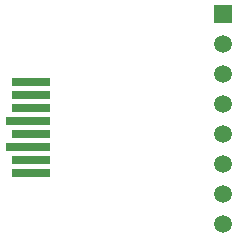
<source format=gbs>
G04 DipTrace 3.0.0.2*
G04 microsd-Adapter.gbs*
%MOIN*%
G04 #@! TF.FileFunction,Soldermask,Bot*
G04 #@! TF.Part,Single*
%ADD15R,0.147638X0.031496*%
%ADD16R,0.127953X0.031496*%
%ADD17R,0.059055X0.059055*%
%ADD18C,0.059055*%
%FSLAX26Y26*%
G04*
G70*
G90*
G75*
G01*
G04 BotMask*
%LPD*%
D15*
X488858Y803355D3*
D16*
X498701Y760047D3*
D15*
X488858Y716740D3*
D16*
X498701Y673433D3*
Y630126D3*
Y846662D3*
Y889969D3*
Y933276D3*
D17*
X1139440Y1158701D3*
D18*
Y1058701D3*
Y958701D3*
Y858701D3*
Y758701D3*
Y658701D3*
Y558701D3*
Y458701D3*
M02*

</source>
